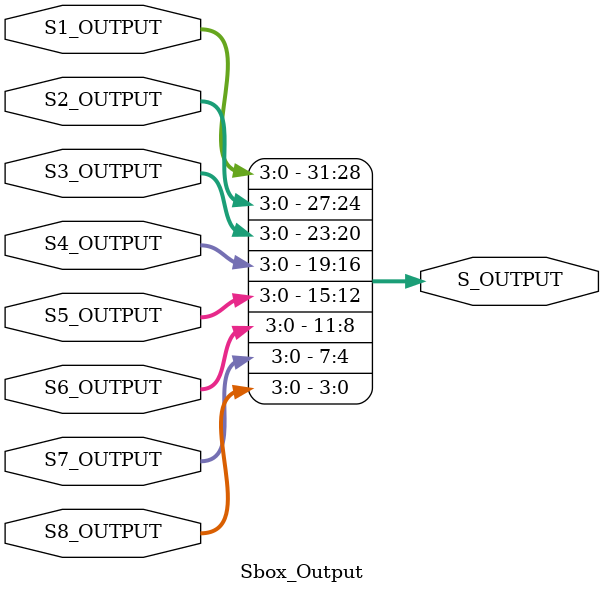
<source format=v>
`timescale 1ns / 1ps
module Sbox_Output(S1_OUTPUT, S2_OUTPUT, S3_OUTPUT, S4_OUTPUT, S5_OUTPUT, S6_OUTPUT,S7_OUTPUT, S8_OUTPUT, S_OUTPUT);
input [3 : 0] S1_OUTPUT;
input [3 : 0] S2_OUTPUT;
input [3 : 0] S3_OUTPUT;
input [3 : 0] S4_OUTPUT;
input [3 : 0] S5_OUTPUT;
input [3 : 0] S6_OUTPUT;
input [3 : 0] S7_OUTPUT;
input [3 : 0] S8_OUTPUT;
output [32 : 1]S_OUTPUT;
wire [3 : 0] S1_OUTPUT;
wire [3 : 0] S2_OUTPUT;
wire [3 : 0] S3_OUTPUT;
wire [3 : 0] S4_OUTPUT;
wire [3 : 0] S5_OUTPUT;
wire [3 : 0] S6_OUTPUT;
wire [3 : 0] S7_OUTPUT;
 
wire [3 : 0] S8_OUTPUT;
wire [32 : 1]S_OUTPUT;
assign S_OUTPUT = {S1_OUTPUT,S2_OUTPUT,S3_OUTPUT,S4_OUTPUT,S5_OUTPUT,S6_OUTPUT,S7_OUTPUT,S8_OUTPUT};
endmodule

</source>
